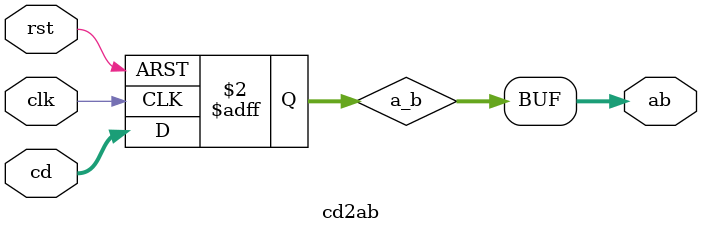
<source format=v>
module cd2ab (
	rst,clk,cd,
	ab); 
	
	input		rst;       //复位信号，高电平有效
	input		clk;       //FPGA系统时钟
	input	 [1:0]	cd;  //输入的相对码数据
	output [1:0]	ab;  //转换后的绝对码数据

	reg [1:0] ef,a_b;
	/*always @(posedge clk or posedge rst)
		if (rst)
		   begin
			   ef <= 2'd0;
			end
		else
			begin
			   ef <= cd;
				if (ef[0]!=ef[1])
				   begin
					   a_b[0] <= cd[1] ^ ef[1];//xor
						a_b[1] <= cd[0] ^ ef[0];//xor
					end
				else
				   begin
					   a_b[1] <= cd[1] ^ ef[1];//xor
						a_b[0] <= cd[0] ^ ef[0];//xor
				   end
			end
	*/		
	assign ab = a_b;
	
	always @(posedge clk or posedge rst) begin
		if(rst) begin
			a_b <= 2'b00;
		end
		else begin
			a_b <= cd;
		end
	end
			
endmodule
	
</source>
